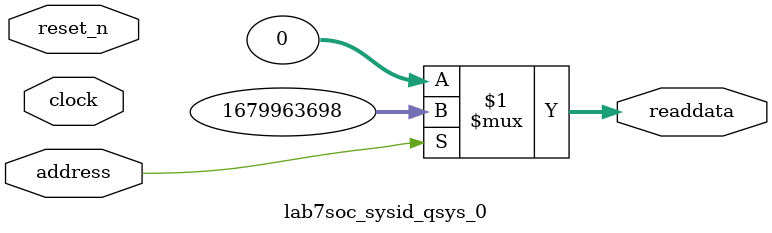
<source format=v>



// synthesis translate_off
`timescale 1ns / 1ps
// synthesis translate_on

// turn off superfluous verilog processor warnings 
// altera message_level Level1 
// altera message_off 10034 10035 10036 10037 10230 10240 10030 

module lab7soc_sysid_qsys_0 (
               // inputs:
                address,
                clock,
                reset_n,

               // outputs:
                readdata
             )
;

  output  [ 31: 0] readdata;
  input            address;
  input            clock;
  input            reset_n;

  wire    [ 31: 0] readdata;
  //control_slave, which is an e_avalon_slave
  assign readdata = address ? 1679963698 : 0;

endmodule



</source>
